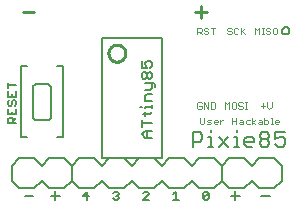
<source format=gto>
G75*
%MOIN*%
%OFA0B0*%
%FSLAX25Y25*%
%IPPOS*%
%LPD*%
%AMOC8*
5,1,8,0,0,1.08239X$1,22.5*
%
%ADD10C,0.00500*%
%ADD11C,0.00600*%
%ADD12C,0.00800*%
%ADD13C,0.01100*%
%ADD14C,0.00400*%
%ADD15C,0.01000*%
%ADD16C,0.00200*%
D10*
X0029777Y0005168D02*
X0031578Y0005168D01*
X0031128Y0006519D02*
X0029777Y0005168D01*
X0031128Y0003817D02*
X0031128Y0006519D01*
X0039777Y0006069D02*
X0040227Y0006519D01*
X0041128Y0006519D01*
X0041578Y0006069D01*
X0041578Y0005618D01*
X0041128Y0005168D01*
X0041578Y0004717D01*
X0041578Y0004267D01*
X0041128Y0003817D01*
X0040227Y0003817D01*
X0039777Y0004267D01*
X0040678Y0005168D02*
X0041128Y0005168D01*
X0049777Y0006069D02*
X0050227Y0006519D01*
X0051128Y0006519D01*
X0051578Y0006069D01*
X0051578Y0005618D01*
X0049777Y0003817D01*
X0051578Y0003817D01*
X0059777Y0003817D02*
X0061578Y0003817D01*
X0060678Y0003817D02*
X0060678Y0006519D01*
X0059777Y0005618D01*
X0069777Y0006069D02*
X0069777Y0004267D01*
X0071578Y0006069D01*
X0071578Y0004267D01*
X0071128Y0003817D01*
X0070227Y0003817D01*
X0069777Y0004267D01*
X0069777Y0006069D02*
X0070227Y0006519D01*
X0071128Y0006519D01*
X0071578Y0006069D01*
X0022890Y0024606D02*
X0020921Y0024606D01*
X0022890Y0024606D02*
X0022890Y0048228D01*
X0020921Y0048228D01*
X0017969Y0042322D02*
X0014031Y0042322D01*
X0013969Y0042320D01*
X0013908Y0042314D01*
X0013847Y0042305D01*
X0013786Y0042291D01*
X0013727Y0042274D01*
X0013669Y0042253D01*
X0013612Y0042228D01*
X0013557Y0042200D01*
X0013504Y0042169D01*
X0013453Y0042134D01*
X0013404Y0042096D01*
X0013357Y0042055D01*
X0013314Y0042012D01*
X0013273Y0041965D01*
X0013235Y0041916D01*
X0013200Y0041865D01*
X0013169Y0041812D01*
X0013141Y0041757D01*
X0013116Y0041700D01*
X0013095Y0041642D01*
X0013078Y0041583D01*
X0013064Y0041522D01*
X0013055Y0041461D01*
X0013049Y0041400D01*
X0013047Y0041338D01*
X0013047Y0031495D01*
X0013049Y0031433D01*
X0013055Y0031372D01*
X0013064Y0031311D01*
X0013078Y0031250D01*
X0013095Y0031191D01*
X0013116Y0031133D01*
X0013141Y0031076D01*
X0013169Y0031021D01*
X0013200Y0030968D01*
X0013235Y0030917D01*
X0013273Y0030868D01*
X0013314Y0030821D01*
X0013357Y0030778D01*
X0013404Y0030737D01*
X0013453Y0030699D01*
X0013504Y0030664D01*
X0013557Y0030633D01*
X0013612Y0030605D01*
X0013669Y0030580D01*
X0013727Y0030559D01*
X0013786Y0030542D01*
X0013847Y0030528D01*
X0013908Y0030519D01*
X0013969Y0030513D01*
X0014031Y0030511D01*
X0017969Y0030511D01*
X0018031Y0030513D01*
X0018092Y0030519D01*
X0018153Y0030528D01*
X0018214Y0030542D01*
X0018273Y0030559D01*
X0018331Y0030580D01*
X0018388Y0030605D01*
X0018443Y0030633D01*
X0018496Y0030664D01*
X0018547Y0030699D01*
X0018596Y0030737D01*
X0018643Y0030778D01*
X0018686Y0030821D01*
X0018727Y0030868D01*
X0018765Y0030917D01*
X0018800Y0030968D01*
X0018831Y0031021D01*
X0018859Y0031076D01*
X0018884Y0031133D01*
X0018905Y0031191D01*
X0018922Y0031250D01*
X0018936Y0031311D01*
X0018945Y0031372D01*
X0018951Y0031433D01*
X0018953Y0031495D01*
X0018953Y0041338D01*
X0018951Y0041400D01*
X0018945Y0041461D01*
X0018936Y0041522D01*
X0018922Y0041583D01*
X0018905Y0041642D01*
X0018884Y0041700D01*
X0018859Y0041757D01*
X0018831Y0041812D01*
X0018800Y0041865D01*
X0018765Y0041916D01*
X0018727Y0041965D01*
X0018686Y0042012D01*
X0018643Y0042055D01*
X0018596Y0042096D01*
X0018547Y0042134D01*
X0018496Y0042169D01*
X0018443Y0042200D01*
X0018388Y0042228D01*
X0018331Y0042253D01*
X0018273Y0042274D01*
X0018214Y0042291D01*
X0018153Y0042305D01*
X0018092Y0042314D01*
X0018031Y0042320D01*
X0017969Y0042322D01*
X0011079Y0048228D02*
X0009110Y0048228D01*
X0009110Y0024606D01*
X0011079Y0024606D01*
X0007350Y0029300D02*
X0004648Y0029300D01*
X0004648Y0030652D01*
X0005098Y0031102D01*
X0005999Y0031102D01*
X0006449Y0030652D01*
X0006449Y0029300D01*
X0006449Y0030201D02*
X0007350Y0031102D01*
X0007350Y0032247D02*
X0007350Y0034048D01*
X0006900Y0035193D02*
X0007350Y0035644D01*
X0007350Y0036545D01*
X0006900Y0036995D01*
X0006449Y0036995D01*
X0005999Y0036545D01*
X0005999Y0035644D01*
X0005548Y0035193D01*
X0005098Y0035193D01*
X0004648Y0035644D01*
X0004648Y0036545D01*
X0005098Y0036995D01*
X0004648Y0038140D02*
X0007350Y0038140D01*
X0007350Y0039941D01*
X0005999Y0039041D02*
X0005999Y0038140D01*
X0004648Y0038140D02*
X0004648Y0039941D01*
X0004648Y0041086D02*
X0004648Y0042888D01*
X0004648Y0041987D02*
X0007350Y0041987D01*
X0004648Y0034048D02*
X0004648Y0032247D01*
X0007350Y0032247D01*
X0005999Y0032247D02*
X0005999Y0033148D01*
X0096000Y0060167D02*
X0096002Y0060237D01*
X0096008Y0060307D01*
X0096018Y0060376D01*
X0096031Y0060445D01*
X0096049Y0060513D01*
X0096070Y0060580D01*
X0096095Y0060645D01*
X0096124Y0060709D01*
X0096156Y0060772D01*
X0096192Y0060832D01*
X0096231Y0060890D01*
X0096273Y0060946D01*
X0096318Y0061000D01*
X0096366Y0061051D01*
X0096417Y0061099D01*
X0096471Y0061144D01*
X0096527Y0061186D01*
X0096585Y0061225D01*
X0096645Y0061261D01*
X0096708Y0061293D01*
X0096772Y0061322D01*
X0096837Y0061347D01*
X0096904Y0061368D01*
X0096972Y0061386D01*
X0097041Y0061399D01*
X0097110Y0061409D01*
X0097180Y0061415D01*
X0097250Y0061417D01*
X0097320Y0061415D01*
X0097390Y0061409D01*
X0097459Y0061399D01*
X0097528Y0061386D01*
X0097596Y0061368D01*
X0097663Y0061347D01*
X0097728Y0061322D01*
X0097792Y0061293D01*
X0097855Y0061261D01*
X0097915Y0061225D01*
X0097973Y0061186D01*
X0098029Y0061144D01*
X0098083Y0061099D01*
X0098134Y0061051D01*
X0098182Y0061000D01*
X0098227Y0060946D01*
X0098269Y0060890D01*
X0098308Y0060832D01*
X0098344Y0060772D01*
X0098376Y0060709D01*
X0098405Y0060645D01*
X0098430Y0060580D01*
X0098451Y0060513D01*
X0098469Y0060445D01*
X0098482Y0060376D01*
X0098492Y0060307D01*
X0098498Y0060237D01*
X0098500Y0060167D01*
X0098498Y0060097D01*
X0098492Y0060027D01*
X0098482Y0059958D01*
X0098469Y0059889D01*
X0098451Y0059821D01*
X0098430Y0059754D01*
X0098405Y0059689D01*
X0098376Y0059625D01*
X0098344Y0059562D01*
X0098308Y0059502D01*
X0098269Y0059444D01*
X0098227Y0059388D01*
X0098182Y0059334D01*
X0098134Y0059283D01*
X0098083Y0059235D01*
X0098029Y0059190D01*
X0097973Y0059148D01*
X0097915Y0059109D01*
X0097855Y0059073D01*
X0097792Y0059041D01*
X0097728Y0059012D01*
X0097663Y0058987D01*
X0097596Y0058966D01*
X0097528Y0058948D01*
X0097459Y0058935D01*
X0097390Y0058925D01*
X0097320Y0058919D01*
X0097250Y0058917D01*
X0097180Y0058919D01*
X0097110Y0058925D01*
X0097041Y0058935D01*
X0096972Y0058948D01*
X0096904Y0058966D01*
X0096837Y0058987D01*
X0096772Y0059012D01*
X0096708Y0059041D01*
X0096645Y0059073D01*
X0096585Y0059109D01*
X0096527Y0059148D01*
X0096471Y0059190D01*
X0096417Y0059235D01*
X0096366Y0059283D01*
X0096318Y0059334D01*
X0096273Y0059388D01*
X0096231Y0059444D01*
X0096192Y0059502D01*
X0096156Y0059562D01*
X0096124Y0059625D01*
X0096095Y0059689D01*
X0096070Y0059754D01*
X0096049Y0059821D01*
X0096031Y0059889D01*
X0096018Y0059958D01*
X0096008Y0060027D01*
X0096002Y0060097D01*
X0096000Y0060167D01*
D11*
X0053834Y0042124D02*
X0053834Y0041556D01*
X0053834Y0042124D02*
X0053267Y0042691D01*
X0050431Y0042691D01*
X0050431Y0044105D02*
X0049864Y0044105D01*
X0049297Y0044672D01*
X0049297Y0045807D01*
X0049864Y0046374D01*
X0050431Y0046374D01*
X0050999Y0045807D01*
X0050999Y0044672D01*
X0050431Y0044105D01*
X0050999Y0044672D02*
X0051566Y0044105D01*
X0052133Y0044105D01*
X0052700Y0044672D01*
X0052700Y0045807D01*
X0052133Y0046374D01*
X0051566Y0046374D01*
X0050999Y0045807D01*
X0050999Y0047788D02*
X0049297Y0047788D01*
X0049297Y0050057D01*
X0050431Y0049490D02*
X0050431Y0048923D01*
X0050999Y0047788D01*
X0052133Y0047788D02*
X0052700Y0048356D01*
X0052700Y0049490D01*
X0052133Y0050057D01*
X0050999Y0050057D01*
X0050431Y0049490D01*
X0052700Y0042691D02*
X0052700Y0040989D01*
X0052133Y0040422D01*
X0050431Y0040422D01*
X0050999Y0039008D02*
X0052700Y0039008D01*
X0050999Y0039008D02*
X0050431Y0038440D01*
X0050431Y0036739D01*
X0052700Y0036739D01*
X0052700Y0035418D02*
X0052700Y0034284D01*
X0052700Y0034851D02*
X0050431Y0034851D01*
X0050431Y0034284D01*
X0049297Y0034851D02*
X0048730Y0034851D01*
X0050431Y0032962D02*
X0050431Y0031828D01*
X0049864Y0032395D02*
X0052133Y0032395D01*
X0052700Y0032962D01*
X0049297Y0030414D02*
X0049297Y0028145D01*
X0049297Y0029279D02*
X0052700Y0029279D01*
X0052700Y0026730D02*
X0050431Y0026730D01*
X0049297Y0025596D01*
X0050431Y0024462D01*
X0052700Y0024462D01*
X0050999Y0024462D02*
X0050999Y0026730D01*
D12*
X0013500Y0007667D02*
X0008500Y0007667D01*
X0006000Y0010167D01*
X0006000Y0015167D01*
X0008500Y0017667D01*
X0013500Y0017667D01*
X0016000Y0015167D01*
X0018500Y0017667D01*
X0023500Y0017667D01*
X0026000Y0015167D01*
X0026000Y0010167D01*
X0023500Y0007667D01*
X0018500Y0007667D01*
X0016000Y0010167D01*
X0013500Y0007667D01*
X0013150Y0005168D02*
X0010348Y0005168D01*
X0019098Y0005168D02*
X0021900Y0005168D01*
X0020499Y0003767D02*
X0020499Y0006570D01*
X0026000Y0010167D02*
X0026000Y0015167D01*
X0028500Y0017667D01*
X0033500Y0017667D01*
X0036000Y0015167D01*
X0038500Y0017667D01*
X0043500Y0017667D01*
X0046000Y0015167D01*
X0048500Y0017667D01*
X0053500Y0017667D01*
X0056000Y0015167D01*
X0058500Y0017667D01*
X0063500Y0017667D01*
X0066000Y0015167D01*
X0068500Y0017667D01*
X0073500Y0017667D01*
X0076000Y0015167D01*
X0076000Y0010167D01*
X0078500Y0007667D01*
X0083500Y0007667D01*
X0086000Y0010167D01*
X0088500Y0007667D01*
X0093500Y0007667D01*
X0096000Y0010167D01*
X0096000Y0015167D01*
X0093500Y0017667D01*
X0088500Y0017667D01*
X0086000Y0015167D01*
X0083500Y0017667D01*
X0078500Y0017667D01*
X0076000Y0015167D01*
X0076000Y0010167D01*
X0073500Y0007667D01*
X0068500Y0007667D01*
X0066000Y0010167D01*
X0063500Y0007667D01*
X0058500Y0007667D01*
X0056000Y0010167D01*
X0053500Y0007667D01*
X0048500Y0007667D01*
X0046000Y0010167D01*
X0043500Y0007667D01*
X0038500Y0007667D01*
X0036000Y0010167D01*
X0033500Y0007667D01*
X0028500Y0007667D01*
X0026000Y0010167D01*
X0036000Y0017667D02*
X0036000Y0057667D01*
X0040000Y0057667D01*
X0042000Y0057667D01*
X0040000Y0057667D02*
X0056000Y0057667D01*
X0056000Y0017667D01*
X0036000Y0017667D01*
X0066321Y0021517D02*
X0066321Y0026321D01*
X0068723Y0026321D01*
X0069524Y0025520D01*
X0069524Y0023919D01*
X0068723Y0023118D01*
X0066321Y0023118D01*
X0071478Y0021517D02*
X0073079Y0021517D01*
X0072278Y0021517D02*
X0072278Y0024719D01*
X0071478Y0024719D01*
X0072278Y0026321D02*
X0072278Y0027121D01*
X0074915Y0024719D02*
X0078118Y0021517D01*
X0080072Y0021517D02*
X0081673Y0021517D01*
X0080872Y0021517D02*
X0080872Y0024719D01*
X0080072Y0024719D01*
X0080872Y0026321D02*
X0080872Y0027121D01*
X0078118Y0024719D02*
X0074915Y0021517D01*
X0083509Y0022317D02*
X0083509Y0023919D01*
X0084310Y0024719D01*
X0085911Y0024719D01*
X0086712Y0023919D01*
X0086712Y0023118D01*
X0083509Y0023118D01*
X0083509Y0022317D02*
X0084310Y0021517D01*
X0085911Y0021517D01*
X0088666Y0022317D02*
X0088666Y0023118D01*
X0089466Y0023919D01*
X0091068Y0023919D01*
X0091869Y0023118D01*
X0091869Y0022317D01*
X0091068Y0021517D01*
X0089466Y0021517D01*
X0088666Y0022317D01*
X0089466Y0023919D02*
X0088666Y0024719D01*
X0088666Y0025520D01*
X0089466Y0026321D01*
X0091068Y0026321D01*
X0091869Y0025520D01*
X0091869Y0024719D01*
X0091068Y0023919D01*
X0093822Y0023919D02*
X0095424Y0024719D01*
X0096224Y0024719D01*
X0097025Y0023919D01*
X0097025Y0022317D01*
X0096224Y0021517D01*
X0094623Y0021517D01*
X0093822Y0022317D01*
X0093822Y0023919D02*
X0093822Y0026321D01*
X0097025Y0026321D01*
X0080499Y0006570D02*
X0080499Y0003767D01*
X0079098Y0005168D02*
X0081900Y0005168D01*
X0089098Y0005168D02*
X0091900Y0005168D01*
D13*
X0069046Y0064451D02*
X0069046Y0068388D01*
X0071014Y0066419D02*
X0067077Y0066419D01*
X0013514Y0066419D02*
X0009577Y0066419D01*
D14*
X0068822Y0031168D02*
X0068822Y0029500D01*
X0069156Y0029167D01*
X0069823Y0029167D01*
X0070157Y0029500D01*
X0070157Y0031168D01*
X0071032Y0030168D02*
X0071366Y0030501D01*
X0072367Y0030501D01*
X0072033Y0029834D02*
X0071366Y0029834D01*
X0071032Y0030168D01*
X0071032Y0029167D02*
X0072033Y0029167D01*
X0072367Y0029500D01*
X0072033Y0029834D01*
X0073242Y0029834D02*
X0074577Y0029834D01*
X0074577Y0030168D01*
X0074243Y0030501D01*
X0073576Y0030501D01*
X0073242Y0030168D01*
X0073242Y0029500D01*
X0073576Y0029167D01*
X0074243Y0029167D01*
X0075452Y0029167D02*
X0075452Y0030501D01*
X0075452Y0029834D02*
X0076119Y0030501D01*
X0076453Y0030501D01*
X0079503Y0030168D02*
X0080838Y0030168D01*
X0080838Y0031168D02*
X0080838Y0029167D01*
X0081713Y0029500D02*
X0082047Y0029834D01*
X0083048Y0029834D01*
X0083048Y0030168D02*
X0083048Y0029167D01*
X0082047Y0029167D01*
X0081713Y0029500D01*
X0082047Y0030501D02*
X0082714Y0030501D01*
X0083048Y0030168D01*
X0083923Y0030168D02*
X0084257Y0030501D01*
X0085258Y0030501D01*
X0086133Y0029834D02*
X0087134Y0030501D01*
X0088308Y0030501D02*
X0088976Y0030501D01*
X0089309Y0030168D01*
X0089309Y0029167D01*
X0088308Y0029167D01*
X0087975Y0029500D01*
X0088308Y0029834D01*
X0089309Y0029834D01*
X0090185Y0030501D02*
X0091185Y0030501D01*
X0091519Y0030168D01*
X0091519Y0029500D01*
X0091185Y0029167D01*
X0090185Y0029167D01*
X0090185Y0031168D01*
X0092394Y0031168D02*
X0092728Y0031168D01*
X0092728Y0029167D01*
X0092394Y0029167D02*
X0093062Y0029167D01*
X0093868Y0029500D02*
X0093868Y0030168D01*
X0094201Y0030501D01*
X0094869Y0030501D01*
X0095202Y0030168D01*
X0095202Y0029834D01*
X0093868Y0029834D01*
X0093868Y0029500D02*
X0094201Y0029167D01*
X0094869Y0029167D01*
X0087134Y0029167D02*
X0086133Y0029834D01*
X0086133Y0029167D02*
X0086133Y0031168D01*
X0083923Y0030168D02*
X0083923Y0029500D01*
X0084257Y0029167D01*
X0085258Y0029167D01*
X0079503Y0029167D02*
X0079503Y0031168D01*
D15*
X0038172Y0052667D02*
X0038174Y0052773D01*
X0038180Y0052878D01*
X0038190Y0052984D01*
X0038204Y0053088D01*
X0038221Y0053193D01*
X0038243Y0053296D01*
X0038268Y0053399D01*
X0038298Y0053501D01*
X0038331Y0053601D01*
X0038367Y0053700D01*
X0038408Y0053798D01*
X0038452Y0053894D01*
X0038500Y0053988D01*
X0038551Y0054081D01*
X0038605Y0054172D01*
X0038663Y0054260D01*
X0038725Y0054346D01*
X0038789Y0054430D01*
X0038856Y0054512D01*
X0038927Y0054591D01*
X0039000Y0054667D01*
X0039076Y0054740D01*
X0039155Y0054811D01*
X0039237Y0054878D01*
X0039321Y0054942D01*
X0039407Y0055004D01*
X0039495Y0055062D01*
X0039586Y0055116D01*
X0039679Y0055167D01*
X0039773Y0055215D01*
X0039869Y0055259D01*
X0039967Y0055300D01*
X0040066Y0055336D01*
X0040166Y0055369D01*
X0040268Y0055399D01*
X0040371Y0055424D01*
X0040474Y0055446D01*
X0040579Y0055463D01*
X0040683Y0055477D01*
X0040789Y0055487D01*
X0040894Y0055493D01*
X0041000Y0055495D01*
X0041106Y0055493D01*
X0041211Y0055487D01*
X0041317Y0055477D01*
X0041421Y0055463D01*
X0041526Y0055446D01*
X0041629Y0055424D01*
X0041732Y0055399D01*
X0041834Y0055369D01*
X0041934Y0055336D01*
X0042033Y0055300D01*
X0042131Y0055259D01*
X0042227Y0055215D01*
X0042321Y0055167D01*
X0042414Y0055116D01*
X0042505Y0055062D01*
X0042593Y0055004D01*
X0042679Y0054942D01*
X0042763Y0054878D01*
X0042845Y0054811D01*
X0042924Y0054740D01*
X0043000Y0054667D01*
X0043073Y0054591D01*
X0043144Y0054512D01*
X0043211Y0054430D01*
X0043275Y0054346D01*
X0043337Y0054260D01*
X0043395Y0054172D01*
X0043449Y0054081D01*
X0043500Y0053988D01*
X0043548Y0053894D01*
X0043592Y0053798D01*
X0043633Y0053700D01*
X0043669Y0053601D01*
X0043702Y0053501D01*
X0043732Y0053399D01*
X0043757Y0053296D01*
X0043779Y0053193D01*
X0043796Y0053088D01*
X0043810Y0052984D01*
X0043820Y0052878D01*
X0043826Y0052773D01*
X0043828Y0052667D01*
X0043826Y0052561D01*
X0043820Y0052456D01*
X0043810Y0052350D01*
X0043796Y0052246D01*
X0043779Y0052141D01*
X0043757Y0052038D01*
X0043732Y0051935D01*
X0043702Y0051833D01*
X0043669Y0051733D01*
X0043633Y0051634D01*
X0043592Y0051536D01*
X0043548Y0051440D01*
X0043500Y0051346D01*
X0043449Y0051253D01*
X0043395Y0051162D01*
X0043337Y0051074D01*
X0043275Y0050988D01*
X0043211Y0050904D01*
X0043144Y0050822D01*
X0043073Y0050743D01*
X0043000Y0050667D01*
X0042924Y0050594D01*
X0042845Y0050523D01*
X0042763Y0050456D01*
X0042679Y0050392D01*
X0042593Y0050330D01*
X0042505Y0050272D01*
X0042414Y0050218D01*
X0042321Y0050167D01*
X0042227Y0050119D01*
X0042131Y0050075D01*
X0042033Y0050034D01*
X0041934Y0049998D01*
X0041834Y0049965D01*
X0041732Y0049935D01*
X0041629Y0049910D01*
X0041526Y0049888D01*
X0041421Y0049871D01*
X0041317Y0049857D01*
X0041211Y0049847D01*
X0041106Y0049841D01*
X0041000Y0049839D01*
X0040894Y0049841D01*
X0040789Y0049847D01*
X0040683Y0049857D01*
X0040579Y0049871D01*
X0040474Y0049888D01*
X0040371Y0049910D01*
X0040268Y0049935D01*
X0040166Y0049965D01*
X0040066Y0049998D01*
X0039967Y0050034D01*
X0039869Y0050075D01*
X0039773Y0050119D01*
X0039679Y0050167D01*
X0039586Y0050218D01*
X0039495Y0050272D01*
X0039407Y0050330D01*
X0039321Y0050392D01*
X0039237Y0050456D01*
X0039155Y0050523D01*
X0039076Y0050594D01*
X0039000Y0050667D01*
X0038927Y0050743D01*
X0038856Y0050822D01*
X0038789Y0050904D01*
X0038725Y0050988D01*
X0038663Y0051074D01*
X0038605Y0051162D01*
X0038551Y0051253D01*
X0038500Y0051346D01*
X0038452Y0051440D01*
X0038408Y0051536D01*
X0038367Y0051634D01*
X0038331Y0051733D01*
X0038298Y0051833D01*
X0038268Y0051935D01*
X0038243Y0052038D01*
X0038221Y0052141D01*
X0038204Y0052246D01*
X0038190Y0052350D01*
X0038180Y0052456D01*
X0038174Y0052561D01*
X0038172Y0052667D01*
D16*
X0067785Y0059017D02*
X0067785Y0061219D01*
X0068886Y0061219D01*
X0069253Y0060852D01*
X0069253Y0060118D01*
X0068886Y0059751D01*
X0067785Y0059751D01*
X0068519Y0059751D02*
X0069253Y0059017D01*
X0069995Y0059384D02*
X0070362Y0059017D01*
X0071096Y0059017D01*
X0071463Y0059384D01*
X0071463Y0059751D01*
X0071096Y0060118D01*
X0070362Y0060118D01*
X0069995Y0060485D01*
X0069995Y0060852D01*
X0070362Y0061219D01*
X0071096Y0061219D01*
X0071463Y0060852D01*
X0072205Y0061219D02*
X0073673Y0061219D01*
X0072939Y0061219D02*
X0072939Y0059017D01*
X0077785Y0059384D02*
X0078152Y0059017D01*
X0078886Y0059017D01*
X0079253Y0059384D01*
X0079253Y0059751D01*
X0078886Y0060118D01*
X0078152Y0060118D01*
X0077785Y0060485D01*
X0077785Y0060852D01*
X0078152Y0061219D01*
X0078886Y0061219D01*
X0079253Y0060852D01*
X0079995Y0060852D02*
X0080362Y0061219D01*
X0081096Y0061219D01*
X0081463Y0060852D01*
X0082205Y0061219D02*
X0082205Y0059017D01*
X0082205Y0059751D02*
X0083673Y0061219D01*
X0082572Y0060118D02*
X0083673Y0059017D01*
X0081463Y0059384D02*
X0081096Y0059017D01*
X0080362Y0059017D01*
X0079995Y0059384D01*
X0079995Y0060852D01*
X0087049Y0061219D02*
X0087049Y0059017D01*
X0088516Y0059017D02*
X0088516Y0061219D01*
X0087782Y0060485D01*
X0087049Y0061219D01*
X0089258Y0061219D02*
X0089992Y0061219D01*
X0089625Y0061219D02*
X0089625Y0059017D01*
X0089258Y0059017D02*
X0089992Y0059017D01*
X0090732Y0059384D02*
X0091099Y0059017D01*
X0091833Y0059017D01*
X0092200Y0059384D01*
X0092200Y0059751D01*
X0091833Y0060118D01*
X0091099Y0060118D01*
X0090732Y0060485D01*
X0090732Y0060852D01*
X0091099Y0061219D01*
X0091833Y0061219D01*
X0092200Y0060852D01*
X0092942Y0060852D02*
X0093309Y0061219D01*
X0094042Y0061219D01*
X0094409Y0060852D01*
X0094409Y0059384D01*
X0094042Y0059017D01*
X0093309Y0059017D01*
X0092942Y0059384D01*
X0092942Y0060852D01*
X0092568Y0036319D02*
X0092568Y0034851D01*
X0091834Y0034117D01*
X0091100Y0034851D01*
X0091100Y0036319D01*
X0090358Y0035218D02*
X0088890Y0035218D01*
X0089624Y0035952D02*
X0089624Y0034484D01*
X0084412Y0034117D02*
X0083678Y0034117D01*
X0084045Y0034117D02*
X0084045Y0036319D01*
X0083678Y0036319D02*
X0084412Y0036319D01*
X0082936Y0035952D02*
X0082569Y0036319D01*
X0081835Y0036319D01*
X0081468Y0035952D01*
X0081468Y0035585D01*
X0081835Y0035218D01*
X0082569Y0035218D01*
X0082936Y0034851D01*
X0082936Y0034484D01*
X0082569Y0034117D01*
X0081835Y0034117D01*
X0081468Y0034484D01*
X0080726Y0034484D02*
X0080726Y0035952D01*
X0080359Y0036319D01*
X0079625Y0036319D01*
X0079258Y0035952D01*
X0079258Y0034484D01*
X0079625Y0034117D01*
X0080359Y0034117D01*
X0080726Y0034484D01*
X0078516Y0034117D02*
X0078516Y0036319D01*
X0077782Y0035585D01*
X0077049Y0036319D01*
X0077049Y0034117D01*
X0073673Y0034484D02*
X0073673Y0035952D01*
X0073306Y0036319D01*
X0072205Y0036319D01*
X0072205Y0034117D01*
X0073306Y0034117D01*
X0073673Y0034484D01*
X0071463Y0034117D02*
X0071463Y0036319D01*
X0069995Y0036319D02*
X0071463Y0034117D01*
X0069995Y0034117D02*
X0069995Y0036319D01*
X0069253Y0035952D02*
X0068886Y0036319D01*
X0068152Y0036319D01*
X0067785Y0035952D01*
X0067785Y0034484D01*
X0068152Y0034117D01*
X0068886Y0034117D01*
X0069253Y0034484D01*
X0069253Y0035218D01*
X0068519Y0035218D01*
M02*

</source>
